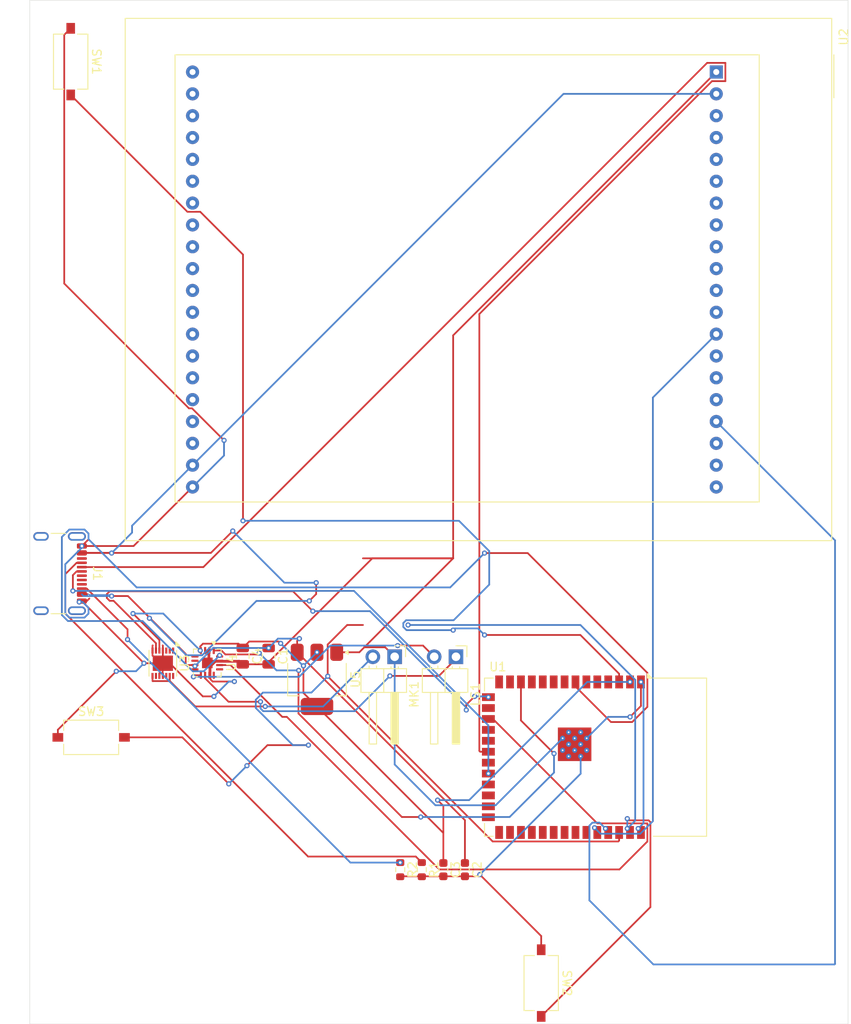
<source format=kicad_pcb>
(kicad_pcb (version 20241229) (generator "pcbnew") (generator_version "9.0")
  (layers (0 "F.Cu" signal) (2 "B.Cu" signal) (13 "F.Paste" user) (15 "B.Paste" user) (5 "F.SilkS" user "F.Silkscreen") (7 "B.SilkS" user "B.Silkscreen") (1 "F.Mask" user) (3 "B.Mask" user) (25 "Edge.Cuts" user))
  (net 0 "")
  (net 1 "/GND")
  (net 2 "/5V")
  (net 3 "/3V3")
  (net 5 "Net-(U1-IO14)")
  (net 6 "/CC1")
  (net 9 "/CC2")
  (net 12 "Net-(U1-IO12)")
  (net 14 "/OUTP")
  (net 15 "/OUTN")
  (net 16 "/MICBIAS")
  (net 17 "/EN")
  (net 18 "/GPIO1")
  (net 19 "/GPIO2")
  (net 22 "/TX")
  (net 23 "/IO3")
  (net 30 "/IO9")
  (net 36 "/IO7")
  (net 37 "/RX")
  (net 42 "/IO8")
  (footprint "Capacitor_SMD:C_0805_2012Metric" (layer "F.Cu") (at 130.19625 102.475 -90)
    (property "Reference" "C1")
    (property "Value" "10µF")
  )
  (footprint "Capacitor_SMD:C_0805_2012Metric" (layer "F.Cu") (at 127.18625 102.475 -90)
    (property "Reference" "C4")
    (property "Value" "10µF")
  )
  (footprint "Capacitor_SMD:C_0603_1608Metric" (layer "F.Cu") (at 150.53625 127.305 -90)
    (property "Reference" "C3")
    (property "Value" "0.1µF")
  )
  (footprint "Package_DFN_QFN:DFN-14-1EP_3x3mm_P0.4mm_EP1.78x2.35mm" (layer "F.Cu") (at 117.88125 103.3 -90)
    (property "Reference" "U3")
    (property "Value" "MAX9814")
  )
  (footprint "Package_TO_SOT_SMD:SOT-223-3_TabPin2" (layer "F.Cu") (at 135.82125 105.175 -90)
    (property "Reference" "U5")
    (property "Value" "AMS1117-3.3")
  )
  (footprint "Resistor_SMD:R_0603_1608Metric" (layer "F.Cu") (at 148.02625 127.305 -90)
    (property "Reference" "R1")
    (property "Value" "R")
  )
  (footprint "Connector_USB:USB_C_Receptacle_GCT_USB4105-xx-A_16P_TopMnt_Horizontal" (layer "F.Cu") (at 104.775 92.86875 -90)
    (property "Reference" "J1")
    (property "Value" "USB_C_Receptacle_USB2.0_14P")
  )
  (footprint "Connector_PinHeader_2.54mm:PinHeader_1x02_P2.54mm_Horizontal" (layer "F.Cu") (at 152.00625 102.545 -90)
    (property "Reference" "LS1")
    (property "Value" "Speaker")
  )
  (footprint "Resistor_SMD:R_0603_1608Metric" (layer "F.Cu") (at 145.51625 127.305 -90)
    (property "Reference" "R2")
    (property "Value" "R")
  )
  (footprint "Display:EA_eDIPTFT32-XXX" (layer "F.Cu") (at 182.30125 34.545 -90)
    (property "Reference" "U2")
    (property "Value" "EA_eDIPTFT32-A")
  )
  (footprint "Capacitor_SMD:C_0603_1608Metric" (layer "F.Cu") (at 153.04625 127.305 -90)
    (property "Reference" "C2")
    (property "Value" "0.1µF")
  )
  (footprint "Button_Switch_SMD:SW_Tactile_SPST_NO_Straight_CK_PTS636Sx25SMTRLFS" (layer "F.Cu") (at 107.15625 33.3375 -90)
    (property "Reference" "SW1")
    (property "Value" "SW_Push")
  )
  (footprint "Connector_PinHeader_2.54mm:PinHeader_1x02_P2.54mm_Horizontal" (layer "F.Cu") (at 144.86625 102.545 -90)
    (property "Reference" "MK1")
    (property "Value" "Microphone")
  )
  (footprint "Package_DFN_QFN:TQFN-16-1EP_3x3mm_P0.5mm_EP1.23x1.23mm" (layer "F.Cu") (at 123.05625 103.26 -90)
    (property "Reference" "U4")
    (property "Value" "MAX98357A")
  )
  (footprint "RF_Module:ESP32-S3-WROOM-1" (layer "F.Cu") (at 168.27625 114.225 -90)
    (property "Reference" "U1")
    (property "Value" "ESP32-S3-WROOM-1")
  )
  (footprint "Button_Switch_SMD:SW_Tactile_SPST_NO_Straight_CK_PTS636Sx25SMTRLFS" (layer "F.Cu") (at 109.5375 111.91875)
    (property "Reference" "SW3")
    (property "Value" "SW_Push")
  )
  (footprint "Button_Switch_SMD:SW_Tactile_SPST_NO_Straight_CK_PTS636Sx25SMTRLFS" (layer "F.Cu") (at 161.925 140.49375 -90)
    (property "Reference" "SW2")
    (property "Value" "SW_Push")
  )
  (gr_rect (start 102.39375 26.19375) (end 197.64375 145.25625) (stroke (width 0.05)) (fill no) (layer "Edge.Cuts"))
  (segment (start 116.68125 101.825) (end 116.68125 102.402) (width 0.2) (layer "F.Cu") (net 1))
  (segment (start 117.88125 103.3) (end 117.50725 103.674) (width 0.2) (layer "F.Cu") (net 1))
  (segment (start 173.53625 108.2685) (end 173.53625 105.475) (width 0.2) (layer "F.Cu") (net 1))
  (segment (start 172.26725 109.5375) (end 173.53625 108.2685) (width 0.2) (layer "F.Cu") (net 1))
  (segment (start 117.85725 101.224) (end 117.88125 101.248) (width 0.2) (layer "F.Cu") (net 1))
  (segment (start 108.455 96.06875) (end 115.68625 103.3) (width 0.2) (layer "F.Cu") (net 1))
  (segment (start 144.86625 102.545) (end 143.76525 101.444) (width 0.2) (layer "F.Cu") (net 1))
  (segment (start 120.921651 73.658) (end 106.40525 59.141599) (width 0.2) (layer "F.Cu") (net 1))
  (segment (start 161.925 135.02475) (end 154.78125 127.881) (width 0.2) (layer "F.Cu") (net 1))
  (segment (start 123.181251 102.885001) (end 123.181251 101.947499) (width 0.2) (layer "F.Cu") (net 1))
  (segment (start 173.53625 122.975) (end 173.53625 122.843998) (width 0.2) (layer "F.Cu") (net 1))
  (segment (start 153.04625 128.08) (end 145.56625 128.08) (width 0.2) (layer "F.Cu") (net 1))
  (segment (start 122.80625 101.8225) (end 123.30625 102.3225) (width 0.2) (layer "F.Cu") (net 1))
  (segment (start 115.68625 103.3) (end 117.88125 103.3) (width 0.2) (layer "F.Cu") (net 1))
  (segment (start 126.20625 105.426) (end 123.677162 105.426) (width 0.2) (layer "F.Cu") (net 1))
  (segment (start 122.5395 107.15625) (end 123.825 107.15625) (width 0.2) (layer "F.Cu") (net 1))
  (segment (start 143.76525 101.444) (end 141.33225 101.444) (width 0.2) (layer "F.Cu") (net 1))
  (segment (start 118.68325 103.3) (end 117.88125 103.3) (width 0.2) (layer "F.Cu") (net 1))
  (segment (start 151.67625 91.1) (end 141.33225 101.444) (width 0.2) (layer "F.Cu") (net 1))
  (segment (start 123.43025 105.179088) (end 123.43025 103.715912) (width 0.2) (layer "F.Cu") (net 1))
  (segment (start 120.80925 105.426) (end 118.68325 103.3) (width 0.2) (layer "F.Cu") (net 1))
  (segment (start 108.455 96.06875) (end 108.255865 96.06875) (width 0.2) (layer "F.Cu") (net 1))
  (segment (start 130.19625 103.425) (end 127.18625 103.425) (width 0.2) (layer "F.Cu") (net 1))
  (segment (start 114.4775 89.66875) (end 121.34125 82.805) (width 0.2) (layer "F.Cu") (net 1))
  (segment (start 123.677162 105.426) (end 123.43025 105.179088) (width 0.2) (layer "F.Cu") (net 1))
  (segment (start 117.50725 103.674) (end 117.50725 104.775) (width 0.2) (layer "F.Cu") (net 1))
  (segment (start 173.53625 122.843998) (end 173.216252 122.524) (width 0.2) (layer "F.Cu") (net 1))
  (segment (start 151.67625 91.1) (end 141.17625 91.1) (width 0.2) (layer "F.Cu") (net 1))
  (segment (start 105.6625 111.91875) (end 105.6625 111.031249) (width 0.2) (layer "F.Cu") (net 1))
  (segment (start 106.40525 59.141599) (end 106.40525 30.2135) (width 0.2) (layer "F.Cu") (net 1))
  (segment (start 120.80925 105.426) (end 122.5395 107.15625) (width 0.2) (layer "F.Cu") (net 1))
  (segment (start 141.33225 101.444) (end 140.75125 102.025) (width 0.2) (layer "F.Cu") (net 1))
  (segment (start 145.56625 128.08) (end 145.51625 128.13) (width 0.2) (layer "F.Cu") (net 1))
  (segment (start 108.455 89.66875) (end 109.231 88.89275) (width 0.2) (layer "F.Cu") (net 1))
  (segment (start 116.68125 101.248) (end 116.70525 101.224) (width 0.2) (layer "F.Cu") (net 1))
  (segment (start 151.67625 91.1) (end 142.2625 91.1) (width 0.2) (layer "F.Cu") (net 1))
  (segment (start 126.89525 103.134) (end 127.18625 103.425) (width 0.2) (layer "F.Cu") (net 1))
  (segment (start 154.58225 128.08) (end 154.78125 127.881) (width 0.2) (layer "F.Cu") (net 1))
  (segment (start 123.43025 103.715912) (end 124.012162 103.134) (width 0.2) (layer "F.Cu") (net 1))
  (segment (start 130.19625 103.16625) (end 130.19625 103.425) (width 0.2) (layer "F.Cu") (net 1))
  (segment (start 117.88125 101.825) (end 117.88125 103.3) (width 0.2) (layer "F.Cu") (net 1))
  (segment (start 121.283 73.658) (end 120.921651 73.658) (width 0.2) (layer "F.Cu") (net 1))
  (segment (start 108.455 89.66875) (end 114.4775 89.66875) (width 0.2) (layer "F.Cu") (net 1))
  (segment (start 140.75125 102.025) (end 138.12125 102.025) (width 0.2) (layer "F.Cu") (net 1))
  (segment (start 142.2625 91.1) (end 130.19625 103.16625) (width 0.2) (layer "F.Cu") (net 1))
  (segment (start 108.255865 96.06875) (end 108.149694 96.174921) (width 0.2) (layer "F.Cu") (net 1))
  (segment (start 123.30625 103.01) (end 123.181251 102.885001) (width 0.2) (layer "F.Cu") (net 1))
  (segment (start 117.88125 103.3) (end 117.85525 103.326) (width 0.2) (layer "F.Cu") (net 1))
  (segment (start 117.57925 103.3) (end 117.88125 103.3) (width 0.2) (layer "F.Cu") (net 1))
  (segment (start 124.012162 103.134) (end 126.89525 103.134) (width 0.2) (layer "F.Cu") (net 1))
  (segment (start 127.18625 103.425) (end 126.77125 103.01) (width 0.2) (layer "F.Cu") (net 1))
  (segment (start 109.231 88.89275) (end 109.331 88.99275) (width 0.2) (layer "F.Cu") (net 1))
  (segment (start 161.925 136.61875) (end 161.925 135.02475) (width 0.2) (layer "F.Cu") (net 1))
  (segment (start 123.30625 101.8225) (end 122.80625 101.8225) (width 0.2) (layer "F.Cu") (net 1))
  (segment (start 117.85525 103.326) (end 117.85525 104.775) (width 0.2) (layer "F.Cu") (net 1))
  (segment (start 109.331 95.767749) (end 109.029999 96.06875) (width 0.2) (layer "F.Cu") (net 1))
  (segment (start 151.67625 65.17) (end 151.67625 91.1) (width 0.2) (layer "F.Cu") (net 1))
  (segment (start 117.88125 101.248) (end 117.88125 101.825) (width 0.2) (layer "F.Cu") (net 1))
  (segment (start 123.05625 103.26) (end 123.23225 103.436) (width 0.2) (layer "F.Cu") (net 1))
  (segment (start 116.68125 101.825) (end 116.68125 101.248) (width 0.2) (layer "F.Cu") (net 1))
  (segment (start 106.40525 30.2135) (end 107.15625 29.4625) (width 0.2) (layer "F.Cu") (net 1))
  (segment (start 125.004534 77.379534) (end 121.283 73.658) (width 0.2) (layer "F.Cu") (net 1))
  (segment (start 105.6625 111.031249) (end 112.462198 104.231551) (width 0.2) (layer "F.Cu") (net 1))
  (segment (start 109.029999 96.06875) (end 108.455 96.06875) (width 0.2) (layer "F.Cu") (net 1))
  (segment (start 182.30125 34.545) (end 151.67625 65.17) (width 0.2) (layer "F.Cu") (net 1))
  (segment (start 123.30625 102.3225) (end 123.30625 104.6975) (width 0.2) (layer "F.Cu") (net 1))
  (segment (start 116.68125 102.402) (end 117.57925 103.3) (width 0.2) (layer "F.Cu") (net 1))
  (segment (start 123.181251 101.947499) (end 123.30625 101.8225) (width 0.2) (layer "F.Cu") (net 1))
  (segment (start 153.04625 128.08) (end 154.58225 128.08) (width 0.2) (layer "F.Cu") (net 1))
  (segment (start 126.77125 103.01) (end 123.30625 103.01) (width 0.2) (layer "F.Cu") (net 1))
  (via (at 154.78125 127.881) (size 0.6) (drill 0.3) (layers "F.Cu" "B.Cu") (net 1))
  (via (at 173.53625 105.475) (size 0.6) (drill 0.3) (layers "F.Cu" "B.Cu") (net 1))
  (via (at 108.149694 96.174921) (size 0.6) (drill 0.3) (layers "F.Cu" "B.Cu") (net 1))
  (via (at 125.004534 77.379534) (size 0.6) (drill 0.3) (layers "F.Cu" "B.Cu") (net 1))
  (via (at 115.68625 103.3) (size 0.6) (drill 0.3) (layers "F.Cu" "B.Cu") (net 1))
  (via (at 108.455 89.66875) (size 0.6) (drill 0.3) (layers "F.Cu" "B.Cu") (net 1))
  (via (at 123.825 107.15625) (size 0.6) (drill 0.3) (layers "F.Cu" "B.Cu") (net 1))
  (via (at 112.462198 104.231551) (size 0.6) (drill 0.3) (layers "F.Cu" "B.Cu") (net 1))
  (via (at 172.26725 109.5375) (size 0.6) (drill 0.3) (layers "F.Cu" "B.Cu") (net 1))
  (via (at 126.20625 105.426) (size 0.6) (drill 0.3) (layers "F.Cu" "B.Cu") (net 1))
  (via (at 173.216252 122.524) (size 0.6) (drill 0.3) (layers "F.Cu" "B.Cu") (net 1))
  (segment (start 106.998215 97.98975) (end 106.529 97.520535) (width 0.2) (layer "B.Cu") (net 1))
  (segment (start 173.216252 122.524) (end 173.83125 121.909002) (width 0.2) (layer "B.Cu") (net 1))
  (segment (start 166.51625 116.146) (end 166.51625 114.125) (width 0.2) (layer "B.Cu") (net 1))
  (segment (start 121.34125 82.805) (end 125.004534 79.141716) (width 0.2) (layer "B.Cu") (net 1))
  (segment (start 114.754699 104.231551) (end 115.68625 103.3) (width 0.2) (layer "B.Cu") (net 1))
  (segment (start 109.231 97.520535) (end 108.761785 97.98975) (width 0.2) (layer "B.Cu") (net 1))
  (segment (start 109.231 96.856965) (end 109.231 97.520535) (width 0.2) (layer "B.Cu") (net 1))
  (segment (start 156.623485 119.817765) (end 149.615542 119.817765) (width 0.2) (layer "B.Cu") (net 1))
  (segment (start 169.70375 109.5375) (end 172.26725 109.5375) (width 0.2) (layer "B.Cu") (net 1))
  (segment (start 125.55525 105.426) (end 126.20625 105.426) (width 0.2) (layer "B.Cu") (net 1))
  (segment (start 108.455 89.859758) (end 108.455 89.66875) (width 0.2) (layer "B.Cu") (net 1))
  (segment (start 173.83125 105.77) (end 173.53625 105.475) (width 0.2) (layer "B.Cu") (net 1))
  (segment (start 164.41625 112.025) (end 156.623485 119.817765) (width 0.2) (layer "B.Cu") (net 1))
  (segment (start 106.529 97.520535) (end 106.529 91.785758) (width 0.2) (layer "B.Cu") (net 1))
  (segment (start 108.149694 96.174921) (end 108.548956 96.174921) (width 0.2) (layer "B.Cu") (net 1))
  (segment (start 108.761785 97.98975) (end 106.998215 97.98975) (width 0.2) (layer "B.Cu") (net 1))
  (segment (start 154.78125 127.881) (end 166.51625 116.146) (width 0.2) (layer "B.Cu") (net 1))
  (segment (start 106.529 91.785758) (end 108.455 89.859758) (width 0.2) (layer "B.Cu") (net 1))
  (segment (start 123.825 107.15625) (end 125.55525 105.426) (width 0.2) (layer "B.Cu") (net 1))
  (segment (start 125.004534 79.141716) (end 125.004534 77.379534) (width 0.2) (layer "B.Cu") (net 1))
  (segment (start 167.21625 112.025) (end 169.70375 109.5375) (width 0.2) (layer "B.Cu") (net 1))
  (segment (start 173.83125 121.909002) (end 173.83125 105.77) (width 0.2) (layer "B.Cu") (net 1))
  (segment (start 149.615542 119.817765) (end 144.86625 115.068473) (width 0.2) (layer "B.Cu") (net 1))
  (segment (start 144.86625 115.068473) (end 144.86625 102.545) (width 0.2) (layer "B.Cu") (net 1))
  (segment (start 108.548956 96.174921) (end 109.231 96.856965) (width 0.2) (layer "B.Cu") (net 1))
  (segment (start 112.462198 104.231551) (end 114.754699 104.231551) (width 0.2) (layer "B.Cu") (net 1))
  (segment (start 133.52125 100.68978) (end 133.774265 100.436765) (width 0.2) (layer "F.Cu") (net 2))
  (segment (start 109.114312 95.26875) (end 109.227054 95.381492) (width 0.2) (layer "F.Cu") (net 2))
  (segment (start 133.52125 102.025) (end 133.52125 100.68978) (width 0.2) (layer "F.Cu") (net 2))
  (segment (start 113.817552 95.484302) (end 111.91875 95.484302) (width 0.2) (layer "F.Cu") (net 2))
  (segment (start 123.473682 90.46875) (end 126.021216 87.921216) (width 0.2) (layer "F.Cu") (net 2))
  (segment (start 121.61875 103.51) (end 120.54125 103.51) (width 0.2) (layer "F.Cu") (net 2))
  (segment (start 120.54125 103.51) (end 120.54125 102.208) (width 0.2) (layer "F.Cu") (net 2))
  (segment (start 111.9 90.46875) (end 111.91875 90.4875) (width 0.2) (layer "F.Cu") (net 2))
  (segment (start 108.455 95.26875) (end 109.114312 95.26875) (width 0.2) (layer "F.Cu") (net 2))
  (segment (start 135.73125 95.25) (end 134.929534 96.051716) (width 0.2) (layer "F.Cu") (net 2))
  (segment (start 153.04625 121.55) (end 133.52125 102.025) (width 0.2) (layer "F.Cu") (net 2))
  (segment (start 120.54125 102.208) (end 113.817552 95.484302) (width 0.2) (layer "F.Cu") (net 2))
  (segment (start 153.04625 126.53) (end 153.04625 121.55) (width 0.2) (layer "F.Cu") (net 2))
  (segment (start 108.455 90.46875) (end 107.996176 90.46875) (width 0.2) (layer "F.Cu") (net 2))
  (segment (start 135.73125 93.933302) (end 135.73125 95.25) (width 0.2) (layer "F.Cu") (net 2))
  (segment (start 108.455 90.46875) (end 111.9 90.46875) (width 0.2) (layer "F.Cu") (net 2))
  (segment (start 108.455 90.46875) (end 123.473682 90.46875) (width 0.2) (layer "F.Cu") (net 2))
  (via (at 111.91875 95.484302) (size 0.6) (drill 0.3) (layers "F.Cu" "B.Cu") (net 2))
  (via (at 130.19625 101.525) (size 0.6) (drill 0.3) (layers "F.Cu" "B.Cu") (net 2))
  (via (at 111.91875 90.4875) (size 0.6) (drill 0.3) (layers "F.Cu" "B.Cu") (net 2))
  (via (at 135.73125 93.933302) (size 0.6) (drill 0.3) (layers "F.Cu" "B.Cu") (net 2))
  (via (at 133.774265 100.436765) (size 0.6) (drill 0.3) (layers "F.Cu" "B.Cu") (net 2))
  (via (at 134.929534 96.051716) (size 0.6) (drill 0.3) (layers "F.Cu" "B.Cu") (net 2))
  (via (at 116.322875 98.070876) (size 0.6) (drill 0.3) (layers "F.Cu" "B.Cu") (net 2))
  (via (at 126.021216 87.921216) (size 0.6) (drill 0.3) (layers "F.Cu" "B.Cu") (net 2))
  (via (at 121.61875 103.635) (size 0.6) (drill 0.3) (layers "F.Cu" "B.Cu") (net 2))
  (via micro (at 109.227054 95.381492) (size 0.3) (drill 0.1) (layers "F.Cu" "B.Cu") (net 2))
  (segment (start 114.3 88.10625) (end 114.3 87.30625) (width 0.2) (layer "B.Cu") (net 2))
  (segment (start 111.91875 90.4875) (end 114.3 88.10625) (width 0.2) (layer "B.Cu") (net 2))
  (segment (start 126.021216 87.921216) (end 132.033302 93.933302) (width 0.2) (layer "B.Cu") (net 2))
  (segment (start 111.91875 95.484302) (end 108.654 95.484302) (width 0.2) (layer "B.Cu") (net 2))
  (segment (start 128.781266 96.051716) (end 122.459482 102.3735) (width 0.2) (layer "B.Cu") (net 2))
  (segment (start 164.52125 37.085) (end 182.30125 37.085) (width 0.2) (layer "B.Cu") (net 2))
  (segment (start 123.72875 101.525) (end 121.61875 103.635) (width 0.2) (layer "B.Cu") (net 2))
  (segment (start 134.929534 96.051716) (end 128.781266 96.051716) (width 0.2) (layer "B.Cu") (net 2))
  (segment (start 108.654 95.484302) (end 108.455 95.285302) (width 0.2) (layer "B.Cu") (net 2))
  (segment (start 122.459482 102.3735) (end 120.625499 102.3735) (width 0.2) (layer "B.Cu") (net 2))
  (segment (start 130.19625 101.525) (end 123.72875 101.525) (width 0.2) (layer "B.Cu") (net 2))
  (segment (start 131.284485 100.436765) (end 130.19625 101.525) (width 0.2) (layer "B.Cu") (net 2))
  (segment (start 121.34125 80.265) (end 164.52125 37.085) (width 0.2) (layer "B.Cu") (net 2))
  (segment (start 133.774265 100.436765) (end 131.284485 100.436765) (width 0.2) (layer "B.Cu") (net 2))
  (segment (start 132.033302 93.933302) (end 135.73125 93.933302) (width 0.2) (layer "B.Cu") (net 2))
  (segment (start 111.81594 95.381492) (end 111.91875 95.484302) (width 0.2) (layer "B.Cu") (net 2))
  (segment (start 114.3 87.30625) (end 121.34125 80.265) (width 0.2) (layer "B.Cu") (net 2))
  (segment (start 109.227054 95.381492) (end 111.81594 95.381492) (width 0.2) (layer "B.Cu") (net 2))
  (segment (start 120.625499 102.3735) (end 116.322875 98.070876) (width 0.2) (layer "B.Cu") (net 2))
  (segment (start 122.23125 101.3465) (end 122.23125 101.8225) (width 0.2) (layer "F.Cu") (net 3))
  (segment (start 150.53625 119.88853) (end 149.864485 119.216765) (width 0.2) (layer "F.Cu") (net 3))
  (segment (start 127.93725 100.774) (end 131.385154 100.774) (width 0.2) (layer "F.Cu") (net 3))
  (segment (start 150.53625 126.53) (end 150.53625 123.04) (width 0.2) (layer "F.Cu") (net 3))
  (segment (start 122.552688 101.025062) (end 122.23125 101.3465) (width 0.2) (layer "F.Cu") (net 3))
  (segment (start 135.82125 108.325) (end 134.246985 106.750735) (width 0.2) (layer "F.Cu") (net 3))
  (segment (start 127.18625 101.525) (end 126.686312 101.025062) (width 0.2) (layer "F.Cu") (net 3))
  (segment (start 150.53625 123.04) (end 150.53625 119.88853) (width 0.2) (layer "F.Cu") (net 3))
  (segment (start 134.246985 106.750735) (end 134.246985 103.599265) (width 0.2) (layer "F.Cu") (net 3))
  (segment (start 131.385154 100.774) (end 131.597918 100.986764) (width 0.2) (layer "F.Cu") (net 3))
  (segment (start 150.53625 123.04) (end 135.82125 108.325) (width 0.2) (layer "F.Cu") (net 3))
  (segment (start 117.48125 100.591752) (end 114.410374 97.520876) (width 0.2) (layer "F.Cu") (net 3))
  (segment (start 117.48125 101.825) (end 117.48125 100.591752) (width 0.2) (layer "F.Cu") (net 3))
  (segment (start 127.18625 101.525) (end 127.93725 100.774) (width 0.2) (layer "F.Cu") (net 3))
  (segment (start 126.686312 101.025062) (end 122.552688 101.025062) (width 0.2) (layer "F.Cu") (net 3))
  (via (at 114.410374 97.520876) (size 0.6) (drill 0.3) (layers "F.Cu" "B.Cu") (net 3))
  (via (at 134.246985 103.599265) (size 0.6) (drill 0.3) (layers "F.Cu" "B.Cu") (net 3))
  (via (at 131.597918 100.986764) (size 0.6) (drill 0.3) (layers "F.Cu" "B.Cu") (net 3))
  (via (at 135.82125 102.025) (size 0.6) (drill 0.3) (layers "F.Cu" "B.Cu") (net 3))
  (via (at 172.26625 105.475) (size 0.6) (drill 0.3) (layers "F.Cu" "B.Cu") (net 3))
  (via (at 122.23125 101.8225) (size 0.6) (drill 0.3) (layers "F.Cu" "B.Cu") (net 3))
  (via (at 149.864485 119.216765) (size 0.6) (drill 0.3) (layers "F.Cu" "B.Cu") (net 3))
  (segment (start 153.539428 119.216765) (end 167.281193 105.475) (width 0.2) (layer "B.Cu") (net 3))
  (segment (start 134.246985 103.599265) (end 135.82125 102.025) (width 0.2) (layer "B.Cu") (net 3))
  (segment (start 167.281193 105.475) (end 172.26625 105.475) (width 0.2) (layer "B.Cu") (net 3))
  (segment (start 149.864485 119.216765) (end 153.539428 119.216765) (width 0.2) (layer "B.Cu") (net 3))
  (segment (start 131.597918 100.986764) (end 134.210419 103.599265) (width 0.2) (layer "B.Cu") (net 3))
  (segment (start 117.929626 97.520876) (end 122.23125 101.8225) (width 0.2) (layer "B.Cu") (net 3))
  (segment (start 114.410374 97.520876) (end 117.929626 97.520876) (width 0.2) (layer "B.Cu") (net 3))
  (segment (start 134.210419 103.599265) (end 134.246985 103.599265) (width 0.2) (layer "B.Cu") (net 3))
  (segment (start 107.846176 92.61875) (end 107.411081 93.053845) (width 0.2) (layer "F.Cu") (net 5))
  (segment (start 108.455 92.61875) (end 107.846176 92.61875) (width 0.2) (layer "F.Cu") (net 5))
  (segment (start 107.411081 93.053845) (end 107.411081 94.884302) (width 0.2) (layer "F.Cu") (net 5))
  (via (at 155.77625 116.13) (size 0.6) (drill 0.3) (layers "F.Cu" "B.Cu") (net 5))
  (via (at 107.411081 94.884302) (size 0.6) (drill 0.3) (layers "F.Cu" "B.Cu") (net 5))
  (segment (start 140.128052 94.884302) (end 155.77625 110.5325) (width 0.2) (layer "B.Cu") (net 5))
  (segment (start 155.77625 110.5325) (end 155.77625 116.13) (width 0.2) (layer "B.Cu") (net 5))
  (segment (start 107.411081 94.884302) (end 140.128052 94.884302) (width 0.2) (layer "B.Cu") (net 5))
  (segment (start 134.787465 125.779) (end 147.32525 125.779) (width 0.2) (layer "F.Cu") (net 6))
  (segment (start 147.32525 125.779) (end 148.02625 126.48) (width 0.2) (layer "F.Cu") (net 6))
  (segment (start 108.455 91.61875) (end 107.846176 91.61875) (width 0.2) (layer "F.Cu") (net 6))
  (segment (start 106.529 92.935926) (end 106.529 97.520535) (width 0.2) (layer "F.Cu") (net 6))
  (segment (start 106.529 97.520535) (end 134.787465 125.779) (width 0.2) (layer "F.Cu") (net 6))
  (segment (start 107.846176 91.61875) (end 106.529 92.935926) (width 0.2) (layer "F.Cu") (net 6))
  (segment (start 108.455 94.61875) (end 109.029999 94.61875) (width 0.2) (layer "F.Cu") (net 9))
  (segment (start 113.77364 99.362391) (end 113.77364 100.53886) (width 0.2) (layer "F.Cu") (net 9))
  (segment (start 109.029999 94.61875) (end 113.77364 99.362391) (width 0.2) (layer "F.Cu") (net 9))
  (via (at 113.77364 100.53886) (size 0.6) (drill 0.3) (layers "F.Cu" "B.Cu") (net 9))
  (via (at 145.51625 126.48) (size 0.6) (drill 0.3) (layers "F.Cu" "B.Cu") (net 9))
  (segment (start 139.71478 126.48) (end 145.51625 126.48) (width 0.2) (layer "B.Cu") (net 9))
  (segment (start 113.77364 100.53886) (end 139.71478 126.48) (width 0.2) (layer "B.Cu") (net 9))
  (segment (start 154.82625 113.59) (end 155.77625 113.59) (width 0.2) (layer "F.Cu") (net 12))
  (segment (start 181.23825 33.482) (end 183.36425 33.482) (width 0.2) (layer "F.Cu") (net 12))
  (segment (start 108.455 92.11875) (end 122.6015 92.11875) (width 0.2) (layer "F.Cu") (net 12))
  (segment (start 122.6015 92.11875) (end 181.23825 33.482) (width 0.2) (layer "F.Cu") (net 12))
  (segment (start 181.80535 35.608) (end 154.72525 62.6881) (width 0.2) (layer "F.Cu") (net 12))
  (segment (start 183.36425 35.608) (end 181.80535 35.608) (width 0.2) (layer "F.Cu") (net 12))
  (segment (start 183.36425 33.482) (end 183.36425 35.608) (width 0.2) (layer "F.Cu") (net 12))
  (segment (start 154.72525 113.489) (end 154.82625 113.59) (width 0.2) (layer "F.Cu") (net 12))
  (segment (start 154.72525 62.6881) (end 154.72525 113.489) (width 0.2) (layer "F.Cu") (net 12))
  (segment (start 145.214545 101.245001) (end 148.166251 101.245001) (width 0.2) (layer "F.Cu") (net 14))
  (segment (start 122.30625 104.6975) (end 121.62225 104.6975) (width 0.2) (layer "F.Cu") (net 14))
  (segment (start 121.62225 104.6975) (end 121.44375 104.876) (width 0.2) (layer "F.Cu") (net 14))
  (segment (start 148.166251 101.245001) (end 149.46625 102.545) (width 0.2) (layer "F.Cu") (net 14))
  (via (at 121.44375 104.876) (size 0.6) (drill 0.3) (layers "F.Cu" "B.Cu") (net 14))
  (via (at 145.214545 101.245001) (size 0.6) (drill 0.3) (layers "F.Cu" "B.Cu") (net 14))
  (segment (start 121.44375 104.876) (end 133.749482 104.876) (width 0.2) (layer "B.Cu") (net 14))
  (segment (start 133.749482 104.876) (end 137.380481 101.245001) (width 0.2) (layer "B.Cu") (net 14))
  (segment (start 137.380481 101.245001) (end 145.214545 101.245001) (width 0.2) (layer "B.Cu") (net 14))
  (segment (start 122.80625 104.6975) (end 122.80625 105.055088) (width 0.2) (layer "F.Cu") (net 15))
  (segment (start 150.01875 104.775) (end 152.00625 102.7875) (width 0.2) (layer "F.Cu") (net 15))
  (segment (start 144.31625 104.775) (end 150.01875 104.775) (width 0.2) (layer "F.Cu") (net 15))
  (segment (start 125.527527 107.776365) (end 129.248637 107.776365) (width 0.2) (layer "F.Cu") (net 15))
  (segment (start 152.00625 102.7875) (end 152.00625 102.545) (width 0.2) (layer "F.Cu") (net 15))
  (segment (start 122.80625 105.055088) (end 125.527527 107.776365) (width 0.2) (layer "F.Cu") (net 15))
  (via (at 144.31625 104.775) (size 0.6) (drill 0.3) (layers "F.Cu" "B.Cu") (net 15))
  (via (at 129.248637 107.776365) (size 0.6) (drill 0.3) (layers "F.Cu" "B.Cu") (net 15))
  (segment (start 129.570404 108.877364) (end 140.213886 108.877364) (width 0.2) (layer "B.Cu") (net 15))
  (segment (start 140.213886 108.877364) (end 144.31625 104.775) (width 0.2) (layer "B.Cu") (net 15))
  (segment (start 129.248637 108.555597) (end 129.570404 108.877364) (width 0.2) (layer "B.Cu") (net 15))
  (segment (start 129.248637 107.776365) (end 129.248637 108.555597) (width 0.2) (layer "B.Cu") (net 15))
  (segment (start 118.65725 105.376) (end 118.68125 105.352) (width 0.2) (layer "F.Cu") (net 16))
  (segment (start 118.68125 105.352) (end 118.68125 104.775) (width 0.2) (layer "F.Cu") (net 16))
  (segment (start 116.68125 105.352) (end 116.70525 105.376) (width 0.2) (layer "F.Cu") (net 16))
  (segment (start 121.655614 108.326364) (end 129.798636 108.326364) (width 0.2) (layer "F.Cu") (net 16))
  (segment (start 116.70525 105.376) (end 118.65725 105.376) (width 0.2) (layer "F.Cu") (net 16))
  (segment (start 116.68125 104.775) (end 116.68125 105.352) (width 0.2) (layer "F.Cu") (net 16))
  (segment (start 118.68125 105.352) (end 121.655614 108.326364) (width 0.2) (layer "F.Cu") (net 16))
  (via (at 129.798636 108.326364) (size 0.6) (drill 0.3) (layers "F.Cu" "B.Cu") (net 16))
  (segment (start 129.798636 108.326364) (end 136.544886 108.326364) (width 0.2) (layer "B.Cu") (net 16))
  (segment (start 136.544886 108.326364) (end 142.32625 102.545) (width 0.2) (layer "B.Cu") (net 16))
  (segment (start 122.2355 50.798) (end 127.211841 55.774341) (width 0.2) (layer "F.Cu") (net 17))
  (segment (start 166.48375 100.0125) (end 155.32525 100.0125) (width 0.2) (layer "F.Cu") (net 17))
  (segment (start 107.15625 37.2125) (end 120.74175 50.798) (width 0.2) (layer "F.Cu") (net 17))
  (segment (start 120.74175 50.798) (end 122.2355 50.798) (width 0.2) (layer "F.Cu") (net 17))
  (segment (start 170.99625 104.525) (end 166.48375 100.0125) (width 0.2) (layer "F.Cu") (net 17))
  (segment (start 127.211841 55.774341) (end 127.211841 86.730591) (width 0.2) (layer "F.Cu") (net 17))
  (segment (start 170.99625 105.475) (end 170.99625 104.525) (width 0.2) (layer "F.Cu") (net 17))
  (via (at 151.67625 99.45) (size 0.6) (drill 0.3) (layers "F.Cu" "B.Cu") (net 17))
  (via (at 127.211841 86.730591) (size 0.6) (drill 0.3) (layers "F.Cu" "B.Cu") (net 17))
  (via (at 155.32525 100.0125) (size 0.6) (drill 0.3) (layers "F.Cu" "B.Cu") (net 17))
  (segment (start 145.87525 99.078232) (end 146.247018 99.45) (width 0.2) (layer "B.Cu") (net 17))
  (segment (start 127.211841 86.730591) (end 152.347573 86.730591) (width 0.2) (layer "B.Cu") (net 17))
  (segment (start 151.73225 98.299) (end 146.198018 98.299) (width 0.2) (layer "B.Cu") (net 17))
  (segment (start 154.56375 99.251) (end 151.87525 99.251) (width 0.2) (layer "B.Cu") (net 17))
  (segment (start 145.87525 98.621768) (end 145.87525 99.078232) (width 0.2) (layer "B.Cu") (net 17))
  (segment (start 152.347573 86.730591) (end 155.87625 90.259268) (width 0.2) (layer "B.Cu") (net 17))
  (segment (start 151.87525 99.251) (end 151.67625 99.45) (width 0.2) (layer "B.Cu") (net 17))
  (segment (start 155.32525 100.0125) (end 154.56375 99.251) (width 0.2) (layer "B.Cu") (net 17))
  (segment (start 146.247018 99.45) (end 151.67625 99.45) (width 0.2) (layer "B.Cu") (net 17))
  (segment (start 155.87625 94.155) (end 151.73225 98.299) (width 0.2) (layer "B.Cu") (net 17))
  (segment (start 155.87625 90.259268) (end 155.87625 94.155) (width 0.2) (layer "B.Cu") (net 17))
  (segment (start 146.198018 98.299) (end 145.87525 98.621768) (width 0.2) (layer "B.Cu") (net 17))
  (segment (start 174.432639 121.573) (end 172.145252 121.573) (width 0.2) (layer "F.Cu") (net 18))
  (segment (start 174.63825 131.6555) (end 174.63825 121.778611) (width 0.2) (layer "F.Cu") (net 18))
  (segment (start 172.26625 122.975) (end 172.26625 122.843998) (width 0.2) (layer "F.Cu") (net 18))
  (segment (start 161.925 144.36875) (end 174.63825 131.6555) (width 0.2) (layer "F.Cu") (net 18))
  (segment (start 174.63825 121.778611) (end 174.432639 121.573) (width 0.2) (layer "F.Cu") (net 18))
  (segment (start 172.26625 122.843998) (end 171.946252 122.524) (width 0.2) (layer "F.Cu") (net 18))
  (segment (start 172.145252 121.573) (end 171.946252 121.374) (width 0.2) (layer "F.Cu") (net 18))
  (via (at 146.42625 98.85) (size 0.6) (drill 0.3) (layers "F.Cu" "B.Cu") (net 18))
  (via (at 171.946252 121.374) (size 0.6) (drill 0.3) (layers "F.Cu" "B.Cu") (net 18))
  (via (at 171.946252 122.524) (size 0.6) (drill 0.3) (layers "F.Cu" "B.Cu") (net 18))
  (segment (start 172.86725 121.603002) (end 172.86725 105.226057) (width 0.2) (layer "B.Cu") (net 18))
  (segment (start 166.491193 98.85) (end 146.42625 98.85) (width 0.2) (layer "B.Cu") (net 18))
  (segment (start 171.946252 121.374) (end 171.946252 122.524) (width 0.2) (layer "B.Cu") (net 18))
  (segment (start 172.86725 105.226057) (end 166.491193 98.85) (width 0.2) (layer "B.Cu") (net 18))
  (segment (start 171.946252 122.524) (end 172.86725 121.603002) (width 0.2) (layer "B.Cu") (net 18))
  (segment (start 170.99625 122.975) (end 170.99625 123.925) (width 0.2) (layer "F.Cu") (net 19))
  (segment (start 120.149397 111.91875) (end 125.559074 117.328427) (width 0.2) (layer "F.Cu") (net 19))
  (segment (start 127.672231 115.215269) (end 130.064161 112.823339) (width 0.2) (layer "F.Cu") (net 19))
  (segment (start 130.064161 112.823339) (end 134.826661 112.823339) (width 0.2) (layer "F.Cu") (net 19))
  (segment (start 113.4125 111.91875) (end 120.149397 111.91875) (width 0.2) (layer "F.Cu") (net 19))
  (segment (start 170.99625 123.925) (end 170.89525 124.026) (width 0.2) (layer "F.Cu") (net 19))
  (segment (start 170.89525 124.026) (end 156.27525 124.026) (width 0.2) (layer "F.Cu") (net 19))
  (segment (start 137.07025 104.821) (end 137.07025 101.119992) (width 0.2) (layer "F.Cu") (net 19))
  (segment (start 139.340242 98.85) (end 141.17625 98.85) (width 0.2) (layer "F.Cu") (net 19))
  (segment (start 137.07025 101.119992) (end 139.340242 98.85) (width 0.2) (layer "F.Cu") (net 19))
  (segment (start 156.27525 124.026) (end 137.07025 104.821) (width 0.2) (layer "F.Cu") (net 19))
  (via (at 125.559074 117.328427) (size 0.6) (drill 0.3) (layers "F.Cu" "B.Cu") (net 19))
  (via (at 137.082659 104.808591) (size 0.6) (drill 0.3) (layers "F.Cu" "B.Cu") (net 19))
  (via (at 134.826661 112.823339) (size 0.6) (drill 0.3) (layers "F.Cu" "B.Cu") (net 19))
  (via (at 127.672231 115.215269) (size 0.6) (drill 0.3) (layers "F.Cu" "B.Cu") (net 19))
  (segment (start 125.559074 117.328427) (end 127.672231 115.21527) (width 0.2) (layer "B.Cu") (net 19))
  (segment (start 128.697637 107.548133) (end 129.536464 106.709306) (width 0.2) (layer "B.Cu") (net 19))
  (segment (start 128.697637 108.500985) (end 128.697637 107.548133) (width 0.2) (layer "B.Cu") (net 19))
  (segment (start 127.672231 115.21527) (end 127.672231 115.215269) (width 0.2) (layer "B.Cu") (net 19))
  (segment (start 133.019991 112.823339) (end 128.697637 108.500985) (width 0.2) (layer "B.Cu") (net 19))
  (segment (start 135.181944 106.709306) (end 137.082659 104.808591) (width 0.2) (layer "B.Cu") (net 19))
  (segment (start 129.536464 106.709306) (end 135.181944 106.709306) (width 0.2) (layer "B.Cu") (net 19))
  (segment (start 134.826661 112.823339) (end 133.019991 112.823339) (width 0.2) (layer "B.Cu") (net 19))
  (segment (start 169.72625 122.975) (end 169.72625 122.843998) (width 0.2) (layer "F.Cu") (net 22))
  (segment (start 169.72625 122.843998) (end 169.406252 122.524) (width 0.2) (layer "F.Cu") (net 22))
  (via (at 169.406252 122.524) (size 0.6) (drill 0.3) (layers "F.Cu" "B.Cu") (net 22))
  (segment (start 196.068086 138.326) (end 196.12725 138.266836) (width 0.2) (layer "B.Cu") (net 22))
  (segment (start 167.535251 130.876837) (end 174.984414 138.326) (width 0.2) (layer "B.Cu") (net 22))
  (segment (start 168.715296 121.833044) (end 167.887308 121.833044) (width 0.2) (layer "B.Cu") (net 22))
  (segment (start 169.406252 122.524) (end 168.715296 121.833044) (width 0.2) (layer "B.Cu") (net 22))
  (segment (start 196.12725 138.266836) (end 196.12725 89.011) (width 0.2) (layer "B.Cu") (net 22))
  (segment (start 196.12725 89.011) (end 182.30125 75.185) (width 0.2) (layer "B.Cu") (net 22))
  (segment (start 174.984414 138.326) (end 196.068086 138.326) (width 0.2) (layer "B.Cu") (net 22))
  (segment (start 167.535251 122.185101) (end 167.535251 130.876837) (width 0.2) (layer "B.Cu") (net 22))
  (segment (start 167.887308 121.833044) (end 167.535251 122.185101) (width 0.2) (layer "B.Cu") (net 22))
  (segment (start 133.033302 94.933302) (end 135.342341 97.242341) (width 0.2) (layer "F.Cu") (net 23))
  (segment (start 111.36775 95.712534) (end 111.36775 95.25607) (width 0.2) (layer "F.Cu") (net 23))
  (segment (start 112.146982 96.035302) (end 111.690518 96.035302) (width 0.2) (layer "F.Cu") (net 23))
  (segment (start 117.08125 100.96957) (end 112.146982 96.035302) (width 0.2) (layer "F.Cu") (net 23))
  (segment (start 153.201716 108.129784) (end 154.17525 107.15625) (width 0.2) (layer "F.Cu") (net 23))
  (segment (start 111.690518 94.933302) (end 133.033302 94.933302) (width 0.2) (layer "F.Cu") (net 23))
  (segment (start 153.201716 108.735784) (end 153.201716 108.129784) (width 0.2) (layer "F.Cu") (net 23))
  (segment (start 111.36775 95.25607) (end 111.690518 94.933302) (width 0.2) (layer "F.Cu") (net 23))
  (segment (start 111.690518 96.035302) (end 111.36775 95.712534) (width 0.2) (layer "F.Cu") (net 23))
  (segment (start 117.08125 101.825) (end 117.08125 100.96957) (width 0.2) (layer "F.Cu") (net 23))
  (via (at 155.77625 107.24) (size 0.6) (drill 0.3) (layers "F.Cu" "B.Cu") (net 23))
  (via (at 154.17525 107.15625) (size 0.6) (drill 0.3) (layers "F.Cu" "B.Cu") (net 23))
  (via (at 135.342341 97.242341) (size 0.6) (drill 0.3) (layers "F.Cu" "B.Cu") (net 23))
  (via (at 153.201716 108.735784) (size 0.6) (drill 0.3) (layers "F.Cu" "B.Cu") (net 23))
  (segment (start 135.342341 97.242341) (end 141.989703 97.242341) (width 0.2) (layer "B.Cu") (net 23))
  (segment (start 154.17525 107.15625) (end 155.6925 107.15625) (width 0.2) (layer "B.Cu") (net 23))
  (segment (start 155.6925 107.15625) (end 155.77625 107.24) (width 0.2) (layer "B.Cu") (net 23))
  (segment (start 141.989703 97.242341) (end 153.201716 108.454354) (width 0.2) (layer "B.Cu") (net 23))
  (segment (start 153.201716 108.454354) (end 153.201716 108.735784) (width 0.2) (layer "B.Cu") (net 23))
  (segment (start 150.06214 127.281) (end 171.03225 127.281) (width 0.2) (layer "F.Cu") (net 30))
  (segment (start 156.30825 109.78) (end 155.77625 109.78) (width 0.2) (layer "F.Cu") (net 30))
  (segment (start 132.31864 109.5375) (end 150.06214 127.281) (width 0.2) (layer "F.Cu") (net 30))
  (segment (start 131.78759 109.5375) (end 132.31864 109.5375) (width 0.2) (layer "F.Cu") (net 30))
  (segment (start 124.49375 103.51) (end 125.76009 103.51) (width 0.2) (layer "F.Cu") (net 30))
  (segment (start 174.28725 121.924) (end 168.45225 121.924) (width 0.2) (layer "F.Cu") (net 30))
  (segment (start 171.03225 127.281) (end 174.28725 124.026) (width 0.2) (layer "F.Cu") (net 30))
  (segment (start 168.45225 121.924) (end 156.30825 109.78) (width 0.2) (layer "F.Cu") (net 30))
  (segment (start 174.28725 124.026) (end 174.28725 121.924) (width 0.2) (layer "F.Cu") (net 30))
  (segment (start 125.76009 103.51) (end 131.78759 109.5375) (width 0.2) (layer "F.Cu") (net 30))
  (segment (start 170.04775 110.1385) (end 172.516193 110.1385) (width 0.2) (layer "F.Cu") (net 36))
  (segment (start 174.28725 104.424) (end 160.35075 90.4875) (width 0.2) (layer "F.Cu") (net 36))
  (segment (start 174.28725 108.367443) (end 174.28725 104.424) (width 0.2) (layer "F.Cu") (net 36))
  (segment (start 160.35075 90.4875) (end 155.32525 90.4875) (width 0.2) (layer "F.Cu") (net 36))
  (segment (start 172.516193 110.1385) (end 174.28725 108.367443) (width 0.2) (layer "F.Cu") (net 36))
  (segment (start 165.91625 106.007) (end 170.04775 110.1385) (width 0.2) (layer "F.Cu") (net 36))
  (segment (start 165.91625 105.475) (end 165.91625 106.007) (width 0.2) (layer "F.Cu") (net 36))
  (via (at 155.32525 90.4875) (size 0.6) (drill 0.3) (layers "F.Cu" "B.Cu") (net 36))
  (via (at 124.49375 102.385) (size 0.6) (drill 0.3) (layers "F.Cu" "B.Cu") (net 36))
  (segment (start 109.231 88.880535) (end 109.231 88.216965) (width 0.2) (layer "B.Cu") (net 36))
  (segment (start 121.369807 104.236) (end 122.64275 104.236) (width 0.2) (layer "B.Cu") (net 36))
  (segment (start 106.832115 98.39075) (end 115.524557 98.39075) (width 0.2) (layer "B.Cu") (net 36))
  (segment (start 122.64275 104.236) (end 124.49375 102.385) (width 0.2) (layer "B.Cu") (net 36))
  (segment (start 106.998215 87.74775) (end 106.128 88.617965) (width 0.2) (layer "B.Cu") (net 36))
  (segment (start 115.524557 98.39075) (end 121.369807 104.236) (width 0.2) (layer "B.Cu") (net 36))
  (segment (start 106.128 88.617965) (end 106.128 97.686635) (width 0.2) (layer "B.Cu") (net 36))
  (segment (start 114.833767 94.483302) (end 109.231 88.880535) (width 0.2) (layer "B.Cu") (net 36))
  (segment (start 106.128 97.686635) (end 106.832115 98.39075) (width 0.2) (layer "B.Cu") (net 36))
  (segment (start 108.761785 87.74775) (end 106.998215 87.74775) (width 0.2) (layer "B.Cu") (net 36))
  (segment (start 151.329448 94.483302) (end 114.833767 94.483302) (width 0.2) (layer "B.Cu") (net 36))
  (segment (start 109.231 88.216965) (end 108.761785 87.74775) (width 0.2) (layer "B.Cu") (net 36))
  (segment (start 155.32525 90.4875) (end 151.329448 94.483302) (width 0.2) (layer "B.Cu") (net 36))
  (segment (start 168.45625 122.975) (end 168.45625 122.754043) (width 0.2) (layer "F.Cu") (net 37))
  (segment (start 168.45625 122.754043) (end 168.136251 122.434044) (width 0.2) (layer "F.Cu") (net 37))
  (via (at 168.136251 122.434044) (size 0.6) (drill 0.3) (layers "F.Cu" "B.Cu") (net 37))
  (segment (start 168.827207 123.125) (end 173.465195 123.125) (width 0.2) (layer "B.Cu") (net 37))
  (segment (start 174.92525 121.664945) (end 174.92525 72.401) (width 0.2) (layer "B.Cu") (net 37))
  (segment (start 173.465195 123.125) (end 174.92525 121.664945) (width 0.2) (layer "B.Cu") (net 37))
  (segment (start 168.136251 122.434044) (end 168.827207 123.125) (width 0.2) (layer "B.Cu") (net 37))
  (segment (start 174.92525 72.401) (end 182.30125 65.025) (width 0.2) (layer "B.Cu") (net 37))
  (segment (start 133.67025 109.143346) (end 145.708313 121.181409) (width 0.2) (layer "F.Cu") (net 42))
  (segment (start 133.696985 104.130303) (end 133.67025 104.157038) (width 0.2) (layer "F.Cu") (net 42))
  (segment (start 124.710482 101.8225) (end 125.163982 102.276) (width 0.2) (layer "F.Cu") (net 42))
  (segment (start 123.80625 101.8225) (end 124.710482 101.8225) (width 0.2) (layer "F.Cu") (net 42))
  (segment (start 163.416251 113.802818) (end 159.56625 109.952817) (width 0.2) (layer "F.Cu") (net 42))
  (segment (start 125.163982 102.276) (end 128.93928 102.276) (width 0.2) (layer "F.Cu") (net 42))
  (segment (start 145.708313 121.181409) (end 147.899841 121.181409) (width 0.2) (layer "F.Cu") (net 42))
  (segment (start 133.67025 104.157038) (end 133.67025 109.143346) (width 0.2) (layer "F.Cu") (net 42))
  (segment (start 159.56625 109.952817) (end 159.56625 105.475) (width 0.2) (layer "F.Cu") (net 42))
  (segment (start 128.93928 102.276) (end 129.104186 102.111094) (width 0.2) (layer "F.Cu") (net 42))
  (via (at 163.416251 113.802818) (size 0.6) (drill 0.3) (layers "F.Cu" "B.Cu") (net 42))
  (via (at 129.104186 102.111094) (size 0.6) (drill 0.3) (layers "F.Cu" "B.Cu") (net 42))
  (via (at 147.899841 121.181409) (size 0.6) (drill 0.3) (layers "F.Cu" "B.Cu") (net 42))
  (via (at 133.696985 104.130303) (size 0.6) (drill 0.3) (layers "F.Cu" "B.Cu") (net 42))
  (segment (start 147.899841 121.181409) (end 158.249843 121.181409) (width 0.2) (layer "B.Cu") (net 42))
  (segment (start 131.123395 104.130303) (end 133.696985 104.130303) (width 0.2) (layer "B.Cu") (net 42))
  (segment (start 158.249843 121.181409) (end 163.416251 116.015001) (width 0.2) (layer "B.Cu") (net 42))
  (segment (start 129.104186 102.111094) (end 131.123395 104.130303) (width 0.2) (layer "B.Cu") (net 42))
  (segment (start 163.416251 116.015001) (end 163.416251 113.802818) (width 0.2) (layer "B.Cu") (net 42))
)
</source>
